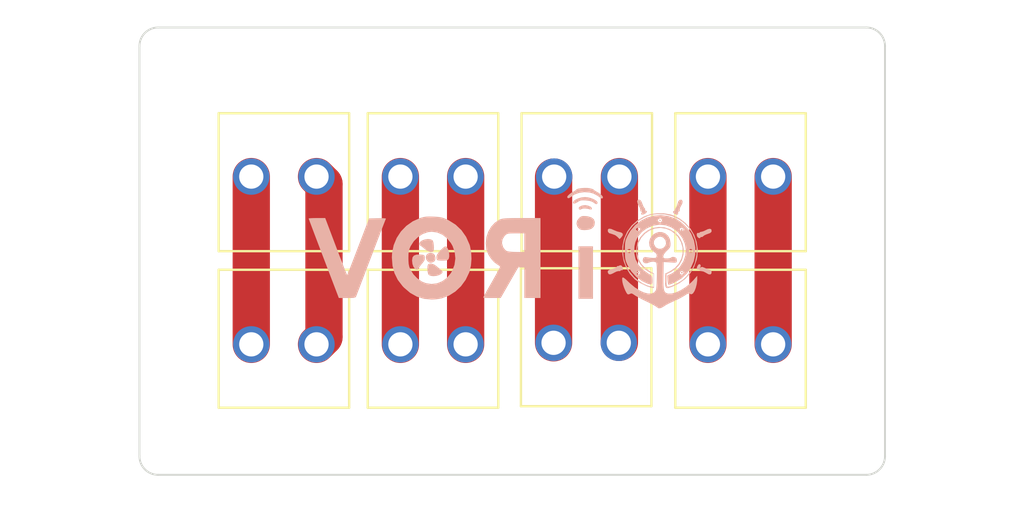
<source format=kicad_pcb>
(kicad_pcb (version 20211014) (generator pcbnew)
  (layers (0 "F.Cu" signal) (31 "B.Cu" signal) (34 "B.Paste" user) (35 "F.Paste" user) (36 "B.SilkS" user "B.Silkscreen") (37 "F.SilkS" user "F.Silkscreen") (38 "B.Mask" user) (39 "F.Mask" user) (44 "Edge.Cuts" user))
  (net 0 "")
  (net 1 "Net-(J4-Pad1)")
  (net 2 "Net-(J3-Pad2)")
  (net 3 "Net-(J3-Pad1)")
  (net 4 "Net-(J4-Pad2)")
  (net 5 "Net-(J1-Pad1)")
  (net 6 "Net-(J1-Pad2)")
  (net 7 "Net-(J2-Pad1)")
  (net 8 "Net-(J2-Pad2)")
  (footprint "MountingHole:MountingHole_3.2mm_M3" (layer "F.Cu") (at 154 51)
    (fp_text reference "REF**" hide)
    (fp_text value "MountingHole_3.2mm_M3")
    (pad "" np_thru_hole circle (at 0 0) (size 3.2 3.2) (drill 3.2) (layers *.Cu *.Mask))
  )
  (footprint "Connector:Rosta 2" (layer "F.Cu") (at 167.75 56 180)
    (fp_text reference "J5" hide)
    (fp_text value "691214110002")
    (fp_line (start 3.5 -4) (end -3.5 -4) (layer "F.SilkS") (width 0.127))
    (fp_line (start 3.5 3.4) (end 3.5 -4) (layer "F.SilkS") (width 0.127))
    (fp_line (start -3.5 3.4) (end 3.5 3.4) (layer "F.SilkS") (width 0.127))
    (fp_line (start -3.5 -4) (end -3.5 3.4) (layer "F.SilkS") (width 0.127))
    (pad "1" thru_hole circle (at -1.75 0 180) (size 1.95 1.95) (drill 1.3) (layers *.Cu *.Mask) (net 6 "Net-(J1-Pad2)"))
    (pad "2" thru_hole circle (at 1.75 0 180) (size 1.95 1.95) (drill 1.3) (layers *.Cu *.Mask) (net 5 "Net-(J1-Pad1)"))
  )
  (footprint "MountingHole:MountingHole_3.2mm_M3" (layer "F.Cu") (at 190 50)
    (fp_text reference "REF**" hide)
    (fp_text value "MountingHole_3.2mm_M3")
    (pad "" np_thru_hole circle (at 0 0) (size 3.2 3.2) (drill 3.2) (layers *.Cu *.Mask))
  )
  (footprint "Connector:Rosta 2" (layer "F.Cu") (at 184.25 56 180)
    (fp_text reference "J2" hide)
    (fp_text value "691214110002")
    (fp_line (start -3.5 -4) (end -3.5 3.4) (layer "F.SilkS") (width 0.127))
    (fp_line (start 3.5 3.4) (end 3.5 -4) (layer "F.SilkS") (width 0.127))
    (fp_line (start -3.5 3.4) (end 3.5 3.4) (layer "F.SilkS") (width 0.127))
    (fp_line (start 3.5 -4) (end -3.5 -4) (layer "F.SilkS") (width 0.127))
    (pad "1" thru_hole circle (at -1.75 0 180) (size 1.95 1.95) (drill 1.3) (layers *.Cu *.Mask) (net 7 "Net-(J2-Pad1)"))
    (pad "2" thru_hole circle (at 1.75 0 180) (size 1.95 1.95) (drill 1.3) (layers *.Cu *.Mask) (net 8 "Net-(J2-Pad2)"))
  )
  (footprint "Connector:Rosta 2" (layer "F.Cu") (at 184.25 65)
    (fp_text reference "J6" hide)
    (fp_text value "691214110002")
    (fp_line (start -3.5 3.4) (end 3.5 3.4) (layer "F.SilkS") (width 0.127))
    (fp_line (start -3.5 -4) (end -3.5 3.4) (layer "F.SilkS") (width 0.127))
    (fp_line (start 3.5 -4) (end -3.5 -4) (layer "F.SilkS") (width 0.127))
    (fp_line (start 3.5 3.4) (end 3.5 -4) (layer "F.SilkS") (width 0.127))
    (pad "1" thru_hole circle (at -1.75 0) (size 1.95 1.95) (drill 1.3) (layers *.Cu *.Mask) (net 8 "Net-(J2-Pad2)"))
    (pad "2" thru_hole circle (at 1.75 0) (size 1.95 1.95) (drill 1.3) (layers *.Cu *.Mask) (net 7 "Net-(J2-Pad1)"))
  )
  (footprint "MountingHole:MountingHole_3.2mm_M3" (layer "F.Cu") (at 154 70)
    (fp_text reference "REF**" hide)
    (fp_text value "MountingHole_3.2mm_M3")
    (pad "" np_thru_hole circle (at 0 0) (size 3.2 3.2) (drill 3.2) (layers *.Cu *.Mask))
  )
  (footprint "MountingHole:MountingHole_3.2mm_M3" (layer "F.Cu") (at 190 70)
    (fp_text reference "REF**" hide)
    (fp_text value "MountingHole_3.2mm_M3")
    (pad "" np_thru_hole circle (at 0 0) (size 3.2 3.2) (drill 3.2) (layers *.Cu *.Mask))
  )
  (footprint "Connector:Rosta 2" (layer "F.Cu") (at 175.968 64.9176)
    (fp_text reference "J8" hide)
    (fp_text value "691214110002")
    (fp_line (start 3.5 3.4) (end 3.5 -4) (layer "F.SilkS") (width 0.127))
    (fp_line (start 3.5 -4) (end -3.5 -4) (layer "F.SilkS") (width 0.127))
    (fp_line (start -3.5 -4) (end -3.5 3.4) (layer "F.SilkS") (width 0.127))
    (fp_line (start -3.5 3.4) (end 3.5 3.4) (layer "F.SilkS") (width 0.127))
    (pad "1" thru_hole circle (at -1.75 0) (size 1.95 1.95) (drill 1.3) (layers *.Cu *.Mask) (net 4 "Net-(J4-Pad2)"))
    (pad "2" thru_hole circle (at 1.75 0) (size 1.95 1.95) (drill 1.3) (layers *.Cu *.Mask) (net 1 "Net-(J4-Pad1)"))
  )
  (footprint "Connector:Rosta 2" (layer "F.Cu") (at 159.75 56 180)
    (fp_text reference "J7" hide)
    (fp_text value "691214110002")
    (fp_line (start 3.5 -4) (end -3.5 -4) (layer "F.SilkS") (width 0.127))
    (fp_line (start -3.5 -4) (end -3.5 3.4) (layer "F.SilkS") (width 0.127))
    (fp_line (start 3.5 3.4) (end 3.5 -4) (layer "F.SilkS") (width 0.127))
    (fp_line (start -3.5 3.4) (end 3.5 3.4) (layer "F.SilkS") (width 0.127))
    (pad "1" thru_hole circle (at -1.75 0 180) (size 1.95 1.95) (drill 1.3) (layers *.Cu *.Mask) (net 2 "Net-(J3-Pad2)"))
    (pad "2" thru_hole circle (at 1.75 0 180) (size 1.95 1.95) (drill 1.3) (layers *.Cu *.Mask) (net 3 "Net-(J3-Pad1)"))
  )
  (footprint "Connector:Rosta 2" (layer "F.Cu") (at 159.75 65)
    (fp_text reference "J3" hide)
    (fp_text value "691214110002")
    (fp_line (start -3.5 3.4) (end 3.5 3.4) (layer "F.SilkS") (width 0.127))
    (fp_line (start 3.5 3.4) (end 3.5 -4) (layer "F.SilkS") (width 0.127))
    (fp_line (start 3.5 -4) (end -3.5 -4) (layer "F.SilkS") (width 0.127))
    (fp_line (start -3.5 -4) (end -3.5 3.4) (layer "F.SilkS") (width 0.127))
    (pad "1" thru_hole circle (at -1.75 0) (size 1.95 1.95) (drill 1.3) (layers *.Cu *.Mask) (net 3 "Net-(J3-Pad1)"))
    (pad "2" thru_hole circle (at 1.75 0) (size 1.95 1.95) (drill 1.3) (layers *.Cu *.Mask) (net 2 "Net-(J3-Pad2)"))
  )
  (footprint "Connector:Rosta 2" (layer "F.Cu") (at 176 56 180)
    (fp_text reference "J4" hide)
    (fp_text value "691214110002")
    (fp_line (start -3.5 3.4) (end 3.5 3.4) (layer "F.SilkS") (width 0.127))
    (fp_line (start -3.5 -4) (end -3.5 3.4) (layer "F.SilkS") (width 0.127))
    (fp_line (start 3.5 -4) (end -3.5 -4) (layer "F.SilkS") (width 0.127))
    (fp_line (start 3.5 3.4) (end 3.5 -4) (layer "F.SilkS") (width 0.127))
    (pad "1" thru_hole circle (at -1.75 0 180) (size 1.95 1.95) (drill 1.3) (layers *.Cu *.Mask) (net 1 "Net-(J4-Pad1)"))
    (pad "2" thru_hole circle (at 1.75 0 180) (size 1.95 1.95) (drill 1.3) (layers *.Cu *.Mask) (net 4 "Net-(J4-Pad2)"))
  )
  (footprint "Connector:Rosta 2" (layer "F.Cu") (at 167.75 65)
    (fp_text reference "J1" hide)
    (fp_text value "691214110002")
    (fp_line (start -3.5 -4) (end -3.5 3.4) (layer "F.SilkS") (width 0.127))
    (fp_line (start 3.5 3.4) (end 3.5 -4) (layer "F.SilkS") (width 0.127))
    (fp_line (start 3.5 -4) (end -3.5 -4) (layer "F.SilkS") (width 0.127))
    (fp_line (start -3.5 3.4) (end 3.5 3.4) (layer "F.SilkS") (width 0.127))
    (pad "1" thru_hole circle (at -1.75 0) (size 1.95 1.95) (drill 1.3) (layers *.Cu *.Mask) (net 5 "Net-(J1-Pad1)"))
    (pad "2" thru_hole circle (at 1.75 0) (size 1.95 1.95) (drill 1.3) (layers *.Cu *.Mask) (net 6 "Net-(J1-Pad2)"))
  )
  (footprint "Logos:OIROV" (layer "B.Cu") (at 172 60 180)
    (fp_text reference "." (at -1.2 -1.2) (layer "B.SilkS") (effects (font (size 1.524 1.524) (thickness 0.3)) (justify mirror)))
    (fp_text value "LOGO" hide)
    (fp_poly (pts (xy -3.554266 -2.557338) (xy -4.334471 -2.557338) (xy -4.334471 0.260068) (xy -3.554266 0.260068)) (layer "B.SilkS") (width 0) (fill solid))
    (fp_poly (pts (xy -3.753267 2.451847) (xy -3.639845 2.404826) (xy -3.573157 2.340581) (xy -3.569718 2.271073) (xy -3.588129 2.246069) (xy -3.648918 2.220822) (xy -3.70332 2.251724) (xy -3.791609 2.282359) (xy -3.92662 2.286973) (xy -4.072766 2.266748) (xy -4.167544 2.236313) (xy -4.244718 2.233834) (xy -4.271303 2.256918) (xy -4.270392 2.322843) (xy -4.202866 2.38731) (xy -4.088264 2.439214) (xy -3.946122 2.467453) (xy -3.896905 2.469685)) (layer "B.SilkS") (width 0) (fill solid))
    (fp_poly (pts (xy 4.516253 -0.119184) (xy 4.603707 -0.202846) (xy 4.637621 -0.316944) (xy 4.615441 -0.440743) (xy 4.534611 -0.553512) (xy 4.442833 -0.614279) (xy 4.36764 -0.623072) (xy 4.312799 -0.616208) (xy 4.186942 -0.5622) (xy 4.127066 -0.460112) (xy 4.117748 -0.366219) (xy 4.150359 -0.212292) (xy 4.243616 -0.116724) (xy 4.377816 -0.086689)) (layer "B.SilkS") (width 0) (fill solid))
    (fp_poly (pts (xy -8.988336 2.754258) (xy -8.9124 2.674607) (xy -8.862149 2.53081) (xy -8.857471 2.50465) (xy -8.825882 2.390071) (xy -8.781309 2.31764) (xy -8.768679 2.309635) (xy -8.726647 2.257433) (xy -8.730108 2.226659) (xy -8.718153 2.174742) (xy -8.689254 2.167236) (xy -8.634302 2.139925) (xy -8.633439 2.078229) (xy -8.6831 2.012501) (xy -8.709437 1.995382) (xy -8.822707 1.952958) (xy -8.894392 1.973792) (xy -8.897127 1.976422) (xy -8.907244 2.034207) (xy -8.899714 2.063112) (xy -8.910625 2.11588) (xy -8.941987 2.123891) (xy -8.989027 2.153997) (xy -8.985479 2.208419) (xy -8.994732 2.300978) (xy -9.048515 2.412276) (xy -9.054554 2.420998) (xy -9.125362 2.555125) (xy -9.141735 2.670313) (xy -9.102162 2.746639) (xy -9.080165 2.758599)) (layer "B.SilkS") (width 0) (fill solid))
    (fp_poly (pts (xy -6.239318 0.018319) (xy -6.263746 -0.025034) (xy -6.28715 -0.036843) (xy -6.324128 -0.023209) (xy -6.321826 -0.002167) (xy -6.285358 0.044343) (xy -6.273063 0.046596)) (layer "B.SilkS") (width 0) (fill solid))
    (fp_poly (pts (xy -10.49277 1.180248) (xy -10.397512 1.134466) (xy -10.274716 1.075249) (xy -10.168212 1.042538) (xy -10.144911 1.040273) (xy -10.073256 1.023085) (xy -10.055973 0.998289) (xy -10.024229 0.974371) (xy -9.991321 0.981114) (xy -9.92691 0.974157) (xy -9.896721 0.910361) (xy -9.90962 0.815784) (xy -9.924126 0.783592) (xy -9.982389 0.718729) (xy -10.049173 0.693316) (xy -10.094187 0.714989) (xy -10.099317 0.739418) (xy -10.126247 0.764461) (xy -10.145546 0.75675) (xy -10.205023 0.762808) (xy -10.243072 0.797475) (xy -10.314285 0.850973) (xy -10.433659 0.904617) (xy -10.48942 0.922738) (xy -10.620898 0.972256) (xy -10.684853 1.03158) (xy -10.698347 1.074701) (xy -10.683249 1.166313) (xy -10.611026 1.20223)) (layer "B.SilkS") (width 0) (fill solid))
    (fp_poly (pts (xy 4.673577 0.633362) (xy 4.818534 0.585173) (xy 4.929576 0.514073) (xy 4.982969 0.425901) (xy 4.984642 0.406836) (xy 4.971327 0.32774) (xy 4.9474 0.303413) (xy 4.897367 0.276778) (xy 4.805313 0.207637) (xy 4.713189 0.130034) (xy 4.55845 0.019263) (xy 4.411328 -0.041087) (xy 4.290345 -0.045438) (xy 4.233333 -0.014448) (xy 4.208592 0.056556) (xy 4.200831 0.180947) (xy 4.208 0.327538) (xy 4.228048 0.465141) (xy 4.258924 0.562568) (xy 4.27255 0.582058) (xy 4.376852 0.637644) (xy 4.518439 0.652798)) (layer "B.SilkS") (width 0) (fill solid))
    (fp_poly (pts (xy -9.054356 -1.136674) (xy -9.052543 -1.148635) (xy -9.086287 -1.199458) (xy -9.099138 -1.205344) (xy -9.138661 -1.184421) (xy -9.145734 -1.148635) (xy -9.123741 -1.094689) (xy -9.099138 -1.091925)) (layer "B.SilkS") (width 0) (fill solid))
    (fp_poly (pts (xy -9.981045 -0.729867) (xy -9.929826 -0.813292) (xy -9.90152 -0.905345) (xy -9.9081 -0.959786) (xy -9.965511 -0.9854) (xy -9.99534 -0.979571) (xy -10.048129 -0.990209) (xy -10.055973 -1.019475) (xy -10.092167 -1.068048) (xy -10.156154 -1.074355) (xy -10.257517 -1.093368) (xy -10.374677 -1.150837) (xy -10.390404 -1.16153) (xy -10.53153 -1.23987) (xy -10.634055 -1.248877) (xy -10.690469 -1.191979) (xy -10.696004 -1.082112) (xy -10.625072 -1.0031) (xy -10.545457 -0.974828) (xy -10.415136 -0.935484) (xy -10.299988 -0.885869) (xy -10.198689 -0.846477) (xy -10.127287 -0.859809) (xy -10.104937 -0.874662) (xy -10.058832 -0.906326) (xy -10.074811 -0.882104) (xy -10.085094 -0.870358) (xy -10.116205 -0.791489) (xy -10.093186 -0.719909) (xy -10.03662 -0.693515)) (layer "B.SilkS") (width 0) (fill solid))
    (fp_poly (pts (xy -7.886417 1.665418) (xy -7.910845 1.622065) (xy -7.934249 1.610256) (xy -7.971227 1.62389) (xy -7.968925 1.644932) (xy -7.932457 1.691442) (xy -7.920162 1.693695)) (layer "B.SilkS") (width 0) (fill solid))
    (fp_poly (pts (xy -5.750022 -0.774521) (xy -5.687304 -0.802505) (xy -5.664353 -0.795297) (xy -5.628773 -0.803911) (xy -5.61088 -0.835482) (xy -5.556437 -0.884019) (xy -5.446465 -0.932601) (xy -5.37133 -0.954402) (xy -5.22139 -0.997302) (xy -5.143283 -1.043308) (xy -5.122736 -1.105566) (xy -5.136471 -1.170695) (xy -5.187004 -1.240196) (xy -5.278717 -1.245364) (xy -5.418463 -1.185826) (xy -5.475746 -1.152249) (xy -5.595313 -1.094217) (xy -5.698197 -1.069804) (xy -5.724978 -1.071968) (xy -5.79207 -1.070216) (xy -5.808191 -1.046689) (xy -5.839759 -1.018511) (xy -5.873208 -1.024598) (xy -5.923328 -1.019253) (xy -5.938225 -0.942078) (xy -5.938225 -0.941856) (xy -5.913474 -0.832725) (xy -5.853085 -0.765258) (xy -5.777854 -0.757948)) (layer "B.SilkS") (width 0) (fill solid))
    (fp_poly (pts (xy -7.59664 1.904171) (xy -7.231256 1.801842) (xy -6.89269 1.629927) (xy -6.591697 1.392266) (xy -6.339033 1.0927) (xy -6.19463 0.844029) (xy -6.130696 0.708378) (xy -6.088541 0.598195) (xy -6.063624 0.488864) (xy -6.051405 0.355773) (xy -6.047345 0.174305) (xy -6.046943 0.043345) (xy -6.048283 -0.177222) (xy -6.055532 -0.335701) (xy -6.072975 -0.456677) (xy -6.104898 -0.564736) (xy -6.155587 -0.684464) (xy -6.184639 -0.74654) (xy -6.392747 -1.093345) (xy -6.658837 -1.385811) (xy -6.972432 -1.614216) (xy -7.265949 -1.749829) (xy -7.410305 -1.787776) (xy -7.495273 -1.769959) (xy -7.532423 -1.687196) (xy -7.533789 -1.537308) (xy -7.521401 -1.415814) (xy -7.490771 -1.337772) (xy -7.422245 -1.274533) (xy -7.303583 -1.20175) (xy -7.263246 -1.172865) (xy -6.848464 -1.172865) (xy -6.816576 -1.243485) (xy -6.761775 -1.256996) (xy -6.691332 -1.239408) (xy -6.675085 -1.215012) (xy -6.706857 -1.191163) (xy -6.740102 -1.197977) (xy -6.794959 -1.190738) (xy -6.805119 -1.148635) (xy -6.782951 -1.096241) (xy -6.729266 -1.10322) (xy -6.680515 -1.115102) (xy -6.703111 -1.082006) (xy -6.703817 -1.081293) (xy -6.773877 -1.052255) (xy -6.829941 -1.093931) (xy -6.848464 -1.172865) (xy -7.263246 -1.172865) (xy -6.999906 -0.98429) (xy -6.771754 -0.729738) (xy -6.621308 -0.441551) (xy -6.55075 -0.123189) (xy -6.545327 0) (xy -6.547581 0.043138) (xy -6.368026 0.043138) (xy -6.362917 -0.041274) (xy -6.320478 -0.097746) (xy -6.317491 -0.09893) (xy -6.235313 -0.090047) (xy -6.169492 -0.028808) (xy -6.154949 0.022342) (xy -6.190629 0.082406) (xy -6.267347 0.115643) (xy -6.332239 0.105945) (xy -6.368026 0.043138) (xy -6.547581 0.043138) (xy -6.559206 0.265602) (xy -6.606692 0.482878) (xy -6.697224 0.686756) (xy -6.75897 0.790474) (xy -6.954085 1.023121) (xy -7.183807 1.194744) (xy -6.870544 1.194744) (xy -6.855606 1.13565) (xy -6.797126 1.09504) (xy -6.748817 1.092162) (xy -6.668425 1.126237) (xy -6.642367 1.159448) (xy -6.659123 1.216017) (xy -6.728964 1.249221) (xy -6.818703 1.244218) (xy -6.826061 1.241603) (xy -6.870544 1.194744) (xy -7.183807 1.194744) (xy -7.210133 1.214412) (xy -7.505307 1.348847) (xy -7.573471 1.369292) (xy -7.912596 1.419634) (xy -8.23924 1.385571) (xy -8.546002 1.269241) (xy -8.825482 1.07278) (xy -8.920162 0.980559) (xy -9.130412 0.700825) (xy -9.26178 0.397272) (xy -9.314403 0.081188) (xy -9.288421 -0.23614) (xy -9.183974 -0.543424) (xy -9.001199 -0.829377) (xy -8.896447 -0.945083) (xy -8.756044 -1.06649) (xy -8.60022 -1.173607) (xy -8.512835 -1.220064) (xy -8.318034 -1.306234) (xy -8.330945 -1.549095) (xy -8.345216 -1.684212) (xy -8.368521 -1.77855) (xy -8.387922 -1.806457) (xy -8.445295 -1.795628) (xy -8.558313 -1.753959) (xy -8.705246 -1.689705) (xy -8.746229 -1.670362) (xy -9.087251 -1.462028) (xy -9.368306 -1.198631) (xy -9.386526 -1.172865) (xy -9.189078 -1.172865) (xy -9.157391 -1.237975) (xy -9.088294 -1.257419) (xy -9.020732 -1.226577) (xy -9.001241 -1.195148) (xy -9.008992 -1.122894) (xy -9.063672 -1.065923) (xy -9.132353 -1.055269) (xy -9.143835 -1.060772) (xy -9.181874 -1.123005) (xy -9.189078 -1.172865) (xy -9.386526 -1.172865) (xy -9.585962 -0.890826) (xy -9.736788 -0.549267) (xy -9.817353 -0.184608) (xy -9.820788 0.003892) (xy -9.693842 0.003892) (xy -9.690113 -0.039185) (xy -9.622731 -0.081955) (xy -9.536303 -0.076204) (xy -9.478145 -0.025131) (xy -9.478033 -0.024841) (xy -9.487337 0.050916) (xy -9.518916 0.090633) (xy -9.583381 0.120252) (xy -9.649267 0.078512) (xy -9.651502 0.076289) (xy -9.693842 0.003892) (xy -9.820788 0.003892) (xy -9.824225 0.192495) (xy -9.753974 0.571389) (xy -9.603168 0.941419) (xy -9.593284 0.959805) (xy -9.455942 1.160197) (xy -9.446732 1.170307) (xy -9.189078 1.170307) (xy -9.17149 1.099865) (xy -9.147094 1.083618) (xy -9.124324 1.115812) (xy -9.132329 1.154549) (xy -9.135729 1.205884) (xy -9.09846 1.203312) (xy -9.051666 1.150976) (xy -9.051304 1.121545) (xy -9.049978 1.085364) (xy -9.013903 1.11235) (xy -8.984405 1.182244) (xy -9.025695 1.238318) (xy -9.104947 1.256997) (xy -9.175567 1.225109) (xy -9.189078 1.170307) (xy -9.446732 1.170307) (xy -9.266501 1.368141) (xy -9.051227 1.558973) (xy -8.918326 1.651181) (xy -8.032699 1.651181) (xy -8.01604 1.598652) (xy -7.96514 1.541999) (xy -7.892007 1.558701) (xy -7.886917 1.561384) (xy -7.819379 1.611996) (xy -7.802048 1.643317) (xy -7.831637 1.698449) (xy -7.867065 1.733789) (xy -7.948465 1.762422) (xy -8.012006 1.727329) (xy -8.032699 1.651181) (xy -8.918326 1.651181) (xy -8.836382 1.708035) (xy -8.746148 1.755231) (xy -8.364841 1.884706) (xy -7.978087 1.933073)) (layer "B.SilkS") (width 0) (fill solid))
    (fp_poly (pts (xy -5.127659 1.155941) (xy -5.133256 1.050501) (xy -5.136456 1.039933) (xy -5.196829 0.968931) (xy -5.32951 0.927219) (xy -5.33693 0.925999) (xy -5.523853 0.857568) (xy -5.63577 0.772578) (xy -5.761512 0.646837) (xy -5.849869 0.735193) (xy -5.93099 0.848474) (xy -5.930203 0.939061) (xy -5.849092 1.00088) (xy -5.775682 1.019642) (xy -5.624411 1.059694) (xy -5.47073 1.12215) (xy -5.455532 1.129968) (xy -5.294669 1.197331) (xy -5.183421 1.205437)) (layer "B.SilkS") (width 0) (fill solid))
    (fp_poly (pts (xy -9.563554 0.056615) (xy -9.536719 -0.003071) (xy -9.564475 -0.041838) (xy -9.576623 -0.043345) (xy -9.635744 -0.012008) (xy -9.642347 -0.002995) (xy -9.640275 0.048456) (xy -9.594452 0.070852)) (layer "B.SilkS") (width 0) (fill solid))
    (fp_poly (pts (xy 4.613525 1.853957) (xy 4.756311 1.831857) (xy 4.903644 1.790862) (xy 4.941297 1.778445) (xy 5.334355 1.602388) (xy 5.679463 1.359446) (xy 5.969876 1.059005) (xy 6.198851 0.710449) (xy 6.359645 0.323165) (xy 6.445514 -0.093465) (xy 6.458362 -0.33285) (xy 6.424289 -0.778679) (xy 6.319637 -1.178541) (xy 6.140752 -1.541567) (xy 5.883981 -1.876887) (xy 5.809367 -1.955261) (xy 5.47498 -2.239749) (xy 5.116286 -2.441248) (xy 4.73178 -2.560404) (xy 4.319959 -2.597865) (xy 4.315768 -2.59783) (xy 4.116513 -2.586592) (xy 3.911616 -2.560343) (xy 3.775525 -2.532089) (xy 3.394966 -2.38598) (xy 3.048947 -2.165983) (xy 2.746834 -1.881164) (xy 2.497994 -1.540588) (xy 2.311792 -1.153321) (xy 2.291002 -1.095157) (xy 2.214571 -0.773142) (xy 2.185163 -0.413188) (xy 2.186011 -0.395704) (xy 3.051556 -0.395704) (xy 3.098205 -0.735469) (xy 3.224127 -1.059688) (xy 3.298944 -1.185546) (xy 3.510343 -1.435495) (xy 3.761512 -1.616864) (xy 4.040413 -1.726163) (xy 4.335006 -1.759901) (xy 4.633252 -1.714588) (xy 4.84057 -1.63254) (xy 5.083364 -1.468086) (xy 5.299682 -1.243398) (xy 5.464544 -0.984917) (xy 5.476934 -0.958889) (xy 5.526623 -0.827942) (xy 5.555496 -0.683112) (xy 5.568029 -0.495883) (xy 5.569576 -0.36843) (xy 5.566071 -0.165325) (xy 5.551348 -0.017695) (xy 5.519504 0.105513) (xy 5.464635 0.23535) (xy 5.448414 0.268851) (xy 5.277788 0.533939) (xy 5.05542 0.75445) (xy 4.79767 0.91927) (xy 4.5209 1.017285) (xy 4.312799 1.040273) (xy 4.0198 0.998348) (xy 3.744084 0.877863) (xy 3.497165 0.686756) (xy 3.290554 0.432965) (xy 3.199975 0.273007) (xy 3.085155 -0.054758) (xy 3.051556 -0.395704) (xy 2.186011 -0.395704) (xy 2.202804 -0.049482) (xy 2.267519 0.28379) (xy 2.289909 0.355013) (xy 2.473846 0.767506) (xy 2.722729 1.122985) (xy 3.035059 1.419753) (xy 3.409335 1.656112) (xy 3.462085 1.682132) (xy 3.623315 1.755197) (xy 3.758521 1.80231) (xy 3.898666 1.830493) (xy 4.074712 1.846769) (xy 4.220618 1.854185) (xy 4.445041 1.86034)) (layer "B.SilkS") (width 0) (fill solid))
    (fp_poly (pts (xy -3.726914 1.874671) (xy -3.647227 1.830761) (xy -3.586348 1.779697) (xy -3.477058 1.633369) (xy -3.446719 1.471433) (xy -3.496415 1.311667) (xy -3.553153 1.23651) (xy -3.630041 1.170615) (xy -3.720962 1.137912) (xy -3.858379 1.128187) (xy -3.897743 1.128116) (xy -4.094389 1.1462) (xy -4.242902 1.194124) (xy -4.257679 1.202603) (xy -4.354106 1.289727) (xy -4.411108 1.385664) (xy -4.43434 1.565021) (xy -4.380465 1.708234) (xy -4.252779 1.81158) (xy -4.054576 1.871329) (xy -3.973234 1.880928) (xy -3.824217 1.888419)) (layer "B.SilkS") (width 0) (fill solid))
    (fp_poly (pts (xy -6.732371 2.750893) (xy -6.700934 2.6788) (xy -6.728032 2.557268) (xy -6.786165 2.440429) (xy -6.846485 2.318767) (xy -6.876155 2.220308) (xy -6.875022 2.18601) (xy -6.884815 2.132665) (xy -6.920149 2.123891) (xy -6.964562 2.109979) (xy -6.940837 2.065722) (xy -6.909163 1.996554) (xy -6.940514 1.959677) (xy -7.01579 1.959618) (xy -7.115893 2.000904) (xy -7.142233 2.017987) (xy -7.220809 2.091247) (xy -7.231737 2.145601) (xy -7.172354 2.167231) (xy -7.170991 2.167236) (xy -7.127064 2.189829) (xy -7.1332 2.215426) (xy -7.129979 2.276483) (xy -7.108044 2.297572) (xy -7.063429 2.356047) (xy -7.010699 2.467433) (xy -6.983293 2.541958) (xy -6.924651 2.68251) (xy -6.861513 2.752047) (xy -6.821472 2.765517)) (layer "B.SilkS") (width 0) (fill solid))
    (fp_poly (pts (xy -3.697913 3.381298) (xy -3.556076 3.357951) (xy -3.457377 3.3268) (xy -3.424232 3.293817) (xy -3.388812 3.255764) (xy -3.305034 3.210797) (xy -3.192842 3.149041) (xy -3.079698 3.065409) (xy -2.989989 2.9805) (xy -2.948102 2.914913) (xy -2.94744 2.908733) (xy -2.976254 2.846416) (xy -3.047045 2.842429) (xy -3.134864 2.896864) (xy -3.335044 3.033186) (xy -3.586058 3.125281) (xy -3.858968 3.162856) (xy -3.88372 3.163212) (xy -4.150822 3.145022) (xy -4.373072 3.0813) (xy -4.584903 2.961568) (xy -4.613914 2.941023) (xy -4.734776 2.857764) (xy -4.80609 2.824262) (xy -4.846007 2.83612) (xy -4.869063 2.879246) (xy -4.851169 2.942341) (xy -4.774101 3.027881) (xy -4.656262 3.119624) (xy -4.516056 3.201329) (xy -4.490334 3.213501) (xy -4.40899 3.260758) (xy -4.377816 3.297564) (xy -4.33933 3.324173) (xy -4.240513 3.357268) (xy -4.154675 3.378215) (xy -4.019969 3.394059) (xy -3.86013 3.39421)) (layer "B.SilkS") (width 0) (fill solid))
    (fp_poly (pts (xy 10.662608 1.774882) (xy 10.809751 1.768804) (xy 10.901405 1.759909) (xy 10.922867 1.752305) (xy 10.90785 1.708215) (xy 10.864711 1.590768) (xy 10.796322 1.407572) (xy 10.705551 1.166229) (xy 10.595269 0.874345) (xy 10.468345 0.539525) (xy 10.32765 0.169374) (xy 10.176053 -0.228504) (xy 10.113179 -0.393258) (xy 9.303491 -2.513993) (xy 8.85511 -2.513993) (xy 8.653214 -2.512874) (xy 8.521092 -2.507256) (xy 8.441836 -2.493745) (xy 8.398538 -2.46895) (xy 8.374288 -2.429478) (xy 8.369046 -2.416467) (xy 8.346513 -2.357586) (xy 8.29625 -2.225882) (xy 8.221379 -2.029549) (xy 8.125023 -1.776777) (xy 8.010303 -1.475759) (xy 7.880343 -1.134687) (xy 7.738264 -0.761752) (xy 7.587188 -0.365146) (xy 7.563675 -0.303413) (xy 7.412344 0.093507) (xy 7.270092 0.465858) (xy 7.139944 0.805777) (xy 7.024924 1.105397) (xy 6.928058 1.356855) (xy 6.852371 1.552284) (xy 6.800888 1.68382) (xy 6.776633 1.743598) (xy 6.775394 1.746127) (xy 6.807034 1.758831) (xy 6.908612 1.767046) (xy 7.063453 1.769958) (xy 7.219125 1.767799) (xy 7.683447 1.755461) (xy 8.261037 0.243855) (xy 8.391862 -0.097863) (xy 8.513142 -0.413382) (xy 8.621381 -0.693699) (xy 8.713082 -0.929812) (xy 8.784747 -1.112718) (xy 8.832878 -1.233416) (xy 8.853978 -1.282902) (xy 8.854429 -1.283553) (xy 8.872717 -1.248059) (xy 8.918022 -1.140098) (xy 8.986928 -0.968377) (xy 9.07602 -0.7416) (xy 9.181881 -0.468474) (xy 9.301097 -0.157704) (xy 9.430251 0.182004) (xy 9.451771 0.238889) (xy 10.033311 1.777133) (xy 10.478089 1.777133)) (layer "B.SilkS") (width 0) (fill solid))
    (fp_poly (pts (xy -6.719689 1.180668) (xy -6.71843 1.170307) (xy -6.751414 1.128222) (xy -6.761775 1.126963) (xy -6.80386 1.159947) (xy -6.805119 1.170307) (xy -6.772135 1.212393) (xy -6.761775 1.213652)) (layer "B.SilkS") (width 0) (fill solid))
    (fp_poly (pts (xy -7.668825 0.964661) (xy -7.515973 0.849557) (xy -7.391772 0.67103) (xy -7.342196 0.472609) (xy -7.365116 0.273364) (xy -7.458402 0.092365) (xy -7.616308 -0.049099) (xy -7.715891 -0.125515) (xy -7.751283 -0.203117) (xy -7.750262 -0.254247) (xy -7.734406 -0.324456) (xy -7.691872 -0.356397) (xy -7.597657 -0.362932) (xy -7.541979 -0.361389) (xy -7.385187 -0.349928) (xy -7.239136 -0.330255) (xy -7.209913 -0.324526) (xy -7.105545 -0.314255) (xy -7.045835 -0.350754) (xy -7.025853 -0.382608) (xy -6.997277 -0.503417) (xy -7.036695 -0.598652) (xy -7.125935 -0.652243) (xy -7.246825 -0.64812) (xy -7.301182 -0.626086) (xy -7.436758 -0.57812) (xy -7.572833 -0.564728) (xy -7.681502 -0.585524) (xy -7.732393 -0.632043) (xy -7.746202 -0.714311) (xy -7.755093 -0.86271) (xy -7.759374 -1.057609) (xy -7.759353 -1.279382) (xy -7.755339 -1.508399) (xy -7.74764 -1.725031) (xy -7.736562 -1.909651) (xy -7.722416 -2.04263) (xy -7.709384 -2.098021) (xy -7.613295 -2.216658) (xy -7.468093 -2.273983) (xy -7.28305 -2.272769) (xy -7.067434 -2.215786) (xy -6.830518 -2.105806) (xy -6.58157 -1.945599) (xy -6.329861 -1.737938) (xy -6.250134 -1.661806) (xy -6.09364 -1.512589) (xy -5.987347 -1.428534) (xy -5.924351 -1.409577) (xy -5.897749 -1.455658) (xy -5.900636 -1.566714) (xy -5.912787 -1.658765) (xy -5.945076 -1.795502) (xy -5.999597 -1.954931) (xy -6.065369 -2.111247) (xy -6.13141 -2.238645) (xy -6.186742 -2.311321) (xy -6.192075 -2.315099) (xy -6.261458 -2.317308) (xy -6.320639 -2.292012) (xy -6.386284 -2.267608) (xy -6.458712 -2.289563) (xy -6.549961 -2.352251) (xy -6.646657 -2.414363) (xy -6.801059 -2.500582) (xy -6.991811 -2.599453) (xy -7.195222 -2.698421) (xy -7.390184 -2.793481) (xy -7.559423 -2.882292) (xy -7.685573 -2.955306) (xy -7.751266 -3.002976) (xy -7.753174 -3.005144) (xy -7.855127 -3.069338) (xy -7.986536 -3.054979) (xy -8.13848 -2.96509) (xy -8.242073 -2.898088) (xy -8.399146 -2.813442) (xy -8.582564 -2.725381) (xy -8.664692 -2.689188) (xy -8.862181 -2.598877) (xy -9.055899 -2.50034) (xy -9.213355 -2.41042) (xy -9.255692 -2.382861) (xy -9.380824 -2.303061) (xy -9.462352 -2.271467) (xy -9.523214 -2.280719) (xy -9.541967 -2.291039) (xy -9.615177 -2.315843) (xy -9.686039 -2.276205) (xy -9.7066 -2.256539) (xy -9.781313 -2.142445) (xy -9.848355 -1.970966) (xy -9.898993 -1.771402) (xy -9.924492 -1.57305) (xy -9.925938 -1.520778) (xy -9.925938 -1.323502) (xy -9.721266 -1.557473) (xy -9.513808 -1.763576) (xy -9.278014 -1.94667) (xy -9.030186 -2.09819) (xy -8.78662 -2.209569) (xy -8.563617 -2.27224) (xy -8.377474 -2.277637) (xy -8.358079 -2.273961) (xy -8.271367 -2.247654) (xy -8.206863 -2.204442) (xy -8.161639 -2.132792) (xy -8.132767 -2.021171) (xy -8.117321 -1.858047) (xy -8.112373 -1.631887) (xy -8.114996 -1.331159) (xy -8.115222 -1.317145) (xy -8.127133 -0.585153) (xy -8.300512 -0.595098) (xy -8.469118 -0.605268) (xy -8.639914 -0.616274) (xy -8.647269 -0.61677) (xy -8.760484 -0.618007) (xy -8.81425 -0.593015) (xy -8.834679 -0.529519) (xy -8.834812 -0.528587) (xy -8.824999 -0.422636) (xy -8.796996 -0.366044) (xy -8.717814 -0.318039) (xy -8.615648 -0.30498) (xy -8.532977 -0.329794) (xy -8.517235 -0.346757) (xy -8.461092 -0.373093) (xy -8.351192 -0.388471) (xy -8.297954 -0.390102) (xy -8.178761 -0.385687) (xy -8.122675 -0.363173) (xy -8.106212 -0.308658) (xy -8.105461 -0.276136) (xy -8.137127 -0.170473) (xy -8.236903 -0.042928) (xy -8.300512 0.01947) (xy -8.409711 0.127136) (xy -8.468171 0.21118) (xy -8.491557 0.303709) (xy -8.494926 0.400866) (xy -8.252152 0.400866) (xy -8.204554 0.274622) (xy -8.108791 0.180695) (xy -7.983731 0.129403) (xy -7.84824 0.131062) (xy -7.721184 0.195988) (xy -7.675159 0.244242) (xy -7.596979 0.396625) (xy -7.604846 0.543214) (xy -7.691716 0.673813) (xy -7.832021 0.763331) (xy -7.979822 0.7754) (xy -8.114847 0.714692) (xy -8.216825 0.585879) (xy -8.232718 0.549113) (xy -8.252152 0.400866) (xy -8.494926 0.400866) (xy -8.495563 0.41923) (xy -8.460175 0.642457) (xy -8.36395 0.821486) (xy -8.221796 0.94977) (xy -8.048618 1.02076) (xy -7.859326 1.027906)) (layer "B.SilkS") (width 0) (fill solid))
    (fp_poly (pts (xy 5.139084 -0.187207) (xy 5.274417 -0.235674) (xy 5.349807 -0.334043) (xy 5.374654 -0.489143) (xy 5.374744 -0.501616) (xy 5.353868 -0.685392) (xy 5.298023 -0.841849) (xy 5.217385 -0.946791) (xy 5.177751 -0.970003) (xy 5.117106 -0.990696) (xy 5.076662 -0.981675) (xy 5.030205 -0.927788) (xy 4.98062 -0.856058) (xy 4.885108 -0.727428) (xy 4.784983 -0.607229) (xy 4.779483 -0.601183) (xy 4.700268 -0.475831) (xy 4.688931 -0.341115) (xy 4.701257 -0.256469) (xy 4.732592 -0.211539) (xy 4.805885 -0.191434) (xy 4.934403 -0.181813)) (layer "B.SilkS") (width 0) (fill solid))
    (fp_poly (pts (xy -7.409576 1.981277) (xy -7.095919 1.874507) (xy -6.720306 1.655667) (xy -6.41229 1.382657) (xy -6.172117 1.055755) (xy -6.000032 0.675238) (xy -5.98093 0.616223) (xy -5.906614 0.238414) (xy -5.907226 -0.15077) (xy -5.978179 -0.535514) (xy -6.114887 -0.900003) (xy -6.312764 -1.228421) (xy -6.567225 -1.504952) (xy -6.605332 -1.537176) (xy -6.762162 -1.647783) (xy -6.955316 -1.758369) (xy -7.157867 -1.8559) (xy -7.342889 -1.927342) (xy -7.476962 -1.959084) (xy -7.606996 -1.972184) (xy -7.606996 -1.198969) (xy -7.411945 -1.095958) (xy -7.136147 -0.907761) (xy -6.926069 -0.67648) (xy -6.783418 -0.413959) (xy -6.709903 -0.13204) (xy -6.70723 0.157435) (xy -6.777108 0.442624) (xy -6.921242 0.711685) (xy -7.119356 0.933412) (xy -7.380378 1.114396) (xy -7.665403 1.218548) (xy -7.960911 1.247184) (xy -8.253385 1.201621) (xy -8.529304 1.083175) (xy -8.775149 0.893161) (xy -8.890882 0.760943) (xy -9.053897 0.482329) (xy -9.13753 0.188761) (xy -9.144715 -0.107539) (xy -9.07839 -0.394348) (xy -8.94149 -0.659441) (xy -8.736951 -0.890597) (xy -8.467709 -1.075591) (xy -8.447211 -1.086145) (xy -8.19215 -1.2149) (xy -8.19215 -1.552364) (xy -8.199028 -1.742399) (xy -8.218134 -1.878812) (xy -8.244164 -1.941843) (xy -8.27995 -1.975105) (xy -8.316721 -1.987426) (xy -8.377877 -1.976888) (xy -8.48682 -1.941575) (xy -8.561146 -1.915889) (xy -8.940943 -1.740844) (xy -9.272048 -1.499502) (xy -9.546804 -1.200957) (xy -9.757555 -0.854304) (xy -9.896643 -0.468634) (xy -9.933639 -0.285897) (xy -9.939474 -0.172246) (xy -9.889494 -0.172246) (xy -9.8132 -0.572726) (xy -9.775172 -0.690851) (xy -9.675494 -0.901719) (xy -9.527227 -1.130009) (xy -9.353555 -1.344521) (xy -9.177661 -1.514058) (xy -9.144395 -1.53972) (xy -8.970789 -1.654483) (xy -8.781387 -1.759487) (xy -8.599593 -1.843549) (xy -8.448807 -1.895485) (xy -8.376365 -1.906744) (xy -8.327364 -1.901651) (xy -8.298299 -1.873938) (xy -8.283987 -1.805746) (xy -8.279246 -1.679214) (xy -8.278839 -1.570642) (xy -8.278839 -1.234117) (xy -8.496178 -1.130932) (xy -8.758828 -0.961692) (xy -8.963416 -0.739029) (xy -9.106844 -0.47656) (xy -9.186012 -0.187902) (xy -9.197822 0.113332) (xy -9.139175 0.413523) (xy -9.006973 0.699057) (xy -8.936048 0.801878) (xy -8.711249 1.030055) (xy -8.445978 1.189652) (xy -8.154435 1.279359) (xy -7.850824 1.29787) (xy -7.549346 1.243877) (xy -7.264203 1.116072) (xy -7.072364 0.973477) (xy -6.864038 0.742408) (xy -6.730329 0.484872) (xy -6.664955 0.186185) (xy -6.655851 0) (xy -6.662028 -0.19488) (xy -6.686194 -0.34103) (xy -6.736259 -0.475823) (xy -6.771651 -0.547155) (xy -6.896455 -0.735919) (xy -7.061145 -0.916523) (xy -7.241713 -1.066446) (xy -7.41415 -1.163169) (xy -7.437271 -1.171513) (xy -7.585324 -1.220375) (xy -7.585324 -1.91851) (xy -7.437861 -1.89458) (xy -7.218376 -1.82973) (xy -6.975233 -1.709899) (xy -6.73543 -1.550453) (xy -6.546039 -1.387031) (xy -6.282561 -1.070089) (xy -6.095426 -0.725333) (xy -5.982977 -0.362782) (xy -5.94356 0.007543) (xy -5.975519 0.375622) (xy -6.077199 0.731436) (xy -6.246944 1.064965) (xy -6.483099 1.366188) (xy -6.784009 1.625086) (xy -7.071867 1.795797) (xy -7.263339 1.883858) (xy -7.424035 1.937492) (xy -7.595319 1.96767) (xy -7.77719 1.982892) (xy -8.188347 1.969052) (xy -8.569456 1.879984) (xy -8.914489 1.723755) (xy -9.217416 1.508432) (xy -9.472211 1.242082) (xy -9.672844 0.932772) (xy -9.813288 0.58857) (xy -9.887514 0.217541) (xy -9.889494 -0.172246) (xy -9.939474 -0.172246) (xy -9.954141 0.113459) (xy -9.895509 0.502266) (xy -9.764605 0.869871) (xy -9.56829 1.205624) (xy -9.313424 1.49887) (xy -9.006868 1.738959) (xy -8.655483 1.915238) (xy -8.479159 1.972378) (xy -8.130341 2.032312) (xy -7.76413 2.034593)) (layer "B.SilkS") (width 0) (fill solid))
    (fp_poly (pts (xy -3.726443 2.887271) (xy -3.558803 2.842514) (xy -3.415105 2.778402) (xy -3.31045 2.703514) (xy -3.25994 2.626427) (xy -3.278676 2.555719) (xy -3.2825 2.551698) (xy -3.349105 2.545787) (xy -3.46891 2.6071) (xy -3.494143 2.623944) (xy -3.596334 2.686811) (xy -3.689523 2.718687) (xy -3.806989 2.726519) (xy -3.951511 2.719411) (xy -4.155609 2.693709) (xy -4.297229 2.645929) (xy -4.358295 2.606734) (xy -4.463938 2.533578) (xy -4.529425 2.5192) (xy -4.57404 2.559237) (xy -4.574415 2.630352) (xy -4.506417 2.707665) (xy -4.387066 2.782432) (xy -4.233379 2.845908) (xy -4.062376 2.889346) (xy -3.902923 2.904096)) (layer "B.SilkS") (width 0) (fill solid))
    (fp_poly (pts (xy -0.5093 1.776181) (xy -0.180276 1.775183) (xy 0.074376 1.772322) (xy 0.266969 1.766749) (xy 0.409813 1.757617) (xy 0.515221 1.744078) (xy 0.595505 1.725283) (xy 0.662975 1.700383) (xy 0.676226 1.6945) (xy 0.92589 1.535621) (xy 1.13199 1.313947) (xy 1.288016 1.045054) (xy 1.387458 0.744519) (xy 1.423807 0.427916) (xy 1.390554 0.110823) (xy 1.370549 0.033112) (xy 1.276745 -0.192102) (xy 1.136469 -0.410759) (xy 0.970005 -0.595847) (xy 0.809405 -0.714208) (xy 0.710439 -0.77609) (xy 0.654688 -0.827657) (xy 0.650171 -0.839418) (xy 0.670829 -0.887243) (xy 0.728571 -0.998446) (xy 0.817045 -1.161385) (xy 0.929899 -1.364414) (xy 1.060782 -1.595891) (xy 1.10529 -1.673816) (xy 1.24036 -1.910748) (xy 1.359494 -2.121687) (xy 1.456376 -2.295285) (xy 1.524688 -2.420194) (xy 1.558112 -2.485065) (xy 1.56041 -2.491353) (xy 1.520001 -2.500501) (xy 1.410509 -2.507878) (xy 1.249536 -2.512637) (xy 1.089353 -2.513993) (xy 0.618297 -2.513993) (xy 0.146606 -1.691041) (xy -0.325085 -0.868088) (xy -0.650171 -0.866894) (xy -0.650171 -2.513993) (xy -1.517065 -2.513993) (xy -1.517065 -0.043345) (xy -0.650171 -0.043345) (xy -0.22756 -0.042706) (xy -0.011982 -0.036561) (xy 0.16562 -0.020276) (xy 0.28393 0.003961) (xy 0.303413 0.011817) (xy 0.392183 0.085311) (xy 0.476112 0.199793) (xy 0.492098 0.229787) (xy 0.548346 0.433381) (xy 0.520297 0.630779) (xy 0.410102 0.809304) (xy 0.390249 0.830071) (xy 0.331441 0.885058) (xy 0.273966 0.9207) (xy 0.198091 0.941186) (xy 0.084077 0.950705) (xy -0.087812 0.953446) (xy -0.191717 0.953584) (xy -0.650171 0.953584) (xy -0.650171 -0.043345) (xy -1.517065 -0.043345) (xy -1.517065 1.777133)) (layer "B.SilkS") (width 0) (fill solid))
    (fp_poly (pts (xy 4.461038 -0.673014) (xy 4.518022 -0.714649) (xy 4.545355 -0.802554) (xy 4.5526 -0.938045) (xy 4.541929 -1.086293) (xy 4.51551 -1.212468) (xy 4.483082 -1.275573) (xy 4.380029 -1.326746) (xy 4.228885 -1.343609) (xy 4.060769 -1.327077) (xy 3.9068 -1.278068) (xy 3.868515 -1.257471) (xy 3.762381 -1.179391) (xy 3.735008 -1.112617) (xy 3.78319 -1.040231) (xy 3.82113 -1.00734) (xy 3.911981 -0.931792) (xy 4.02864 -0.832029) (xy 4.071227 -0.795005) (xy 4.20717 -0.706052) (xy 4.345137 -0.663944)) (layer "B.SilkS") (width 0) (fill solid))
    (fp_poly (pts (xy 3.651716 0.22835) (xy 3.749747 0.146786) (xy 3.86172 0.031879) (xy 3.871259 0.021089) (xy 3.984216 -0.115527) (xy 4.045765 -0.215417) (xy 4.067601 -0.301291) (xy 4.06631 -0.35763) (xy 4.055249 -0.435714) (xy 4.026943 -0.478774) (xy 3.959911 -0.498691) (xy 3.832674 -0.507349) (xy 3.792662 -0.508996) (xy 3.63943 -0.507436) (xy 3.513439 -0.492466) (xy 3.456741 -0.474333) (xy 3.40051 -0.397644) (xy 3.377705 -0.272082) (xy 3.384064 -0.12149) (xy 3.415326 0.030289) (xy 3.467231 0.159414) (xy 3.535518 0.242041) (xy 3.587888 0.259521)) (layer "B.SilkS") (width 0) (fill solid))
  )
  (gr_line (start 152 71) (end 152 49) (layer "Edge.Cuts") (width 0.1))
  (gr_arc (start 152 49) (mid 152.292893 48.292893) (end 153 48) (layer "Edge.Cuts") (width 0.1))
  (gr_arc (start 191 48) (mid 191.707107 48.292893) (end 192 49) (layer "Edge.Cuts") (width 0.1))
  (gr_line (start 191 72) (end 153 72) (layer "Edge.Cuts") (width 0.1))
  (gr_line (start 153 48) (end 191 48) (layer "Edge.Cuts") (width 0.1))
  (gr_arc (start 153 72) (mid 152.292893 71.707107) (end 152 71) (layer "Edge.Cuts") (width 0.1))
  (gr_line (start 192 49) (end 192 71) (layer "Edge.Cuts") (width 0.1))
  (gr_arc (start 192 71) (mid 191.707107 71.707107) (end 191 72) (layer "Edge.Cuts") (width 0.1))
  (segment (start 177.75 56) (end 177.75 64.8856) (width 2) (layer "F.Cu") (net 1))
  (segment (start 177.75 64.8856) (end 177.718 64.9176) (width 0.25) (layer "F.Cu") (net 1))
  (segment (start 161.9 56.4) (end 161.5 56) (width 2) (layer "F.Cu") (net 2))
  (segment (start 161.5 65) (end 161.9 64.6) (width 2) (layer "F.Cu") (net 2))
  (segment (start 161.9 64.6) (end 161.9 56.4) (width 2) (layer "F.Cu") (net 2))
  (segment (start 158 65) (end 158 56) (width 2) (layer "F.Cu") (net 3))
  (segment (start 174.218 56.032) (end 174.25 56) (width 0.25) (layer "F.Cu") (net 4))
  (segment (start 174.218 64.9176) (end 174.218 56.032) (width 2) (layer "F.Cu") (net 4))
  (segment (start 166 56) (end 166 65) (width 2) (layer "F.Cu") (net 5))
  (segment (start 169.5 65) (end 169.5 56) (width 2) (layer "F.Cu") (net 6))
  (segment (start 186 65) (end 186 56) (width 2) (layer "F.Cu") (net 7))
  (segment (start 182.5 56) (end 182.5 65) (width 2) (layer "F.Cu") (net 8))
)
</source>
